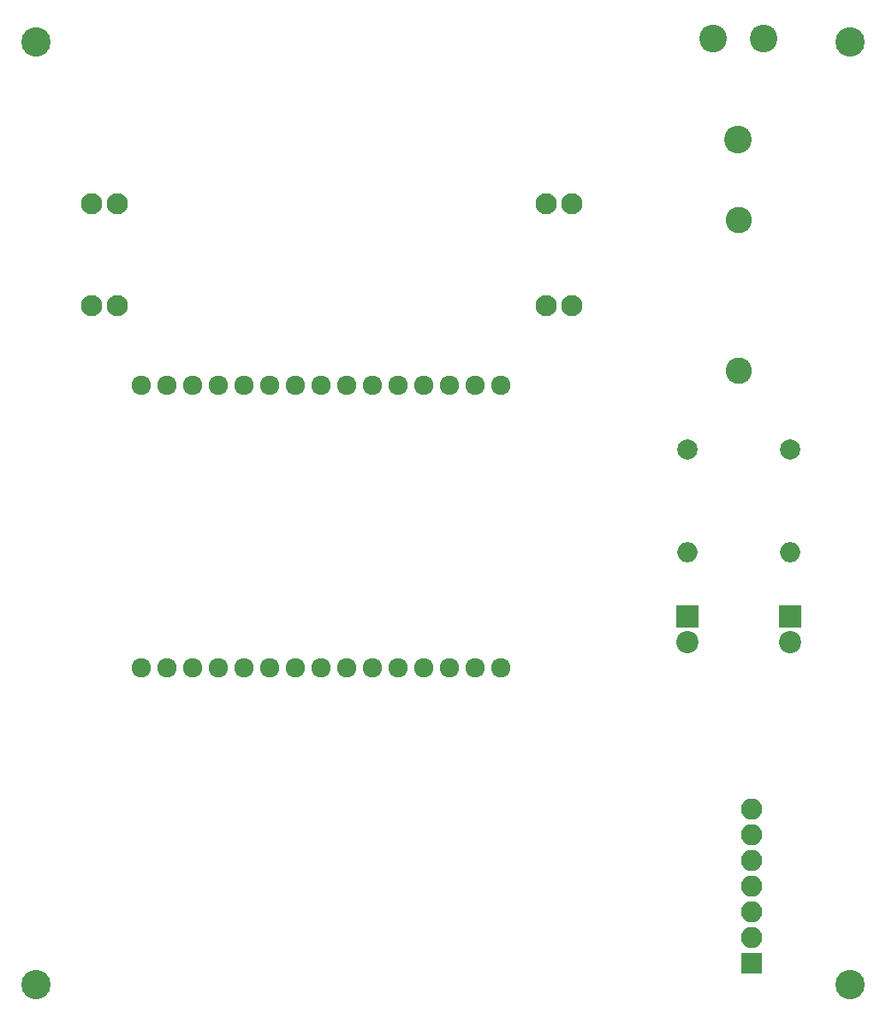
<source format=gbr>
G04 #@! TF.FileFunction,Soldermask,Bot*
%FSLAX46Y46*%
G04 Gerber Fmt 4.6, Leading zero omitted, Abs format (unit mm)*
G04 Created by KiCad (PCBNEW 4.0.7-e2-6376~58~ubuntu16.04.1) date Fri Feb  2 08:04:35 2018*
%MOMM*%
%LPD*%
G01*
G04 APERTURE LIST*
%ADD10C,0.100000*%
%ADD11C,2.600000*%
%ADD12R,2.200000X2.200000*%
%ADD13C,2.200000*%
%ADD14R,2.100000X2.100000*%
%ADD15O,2.100000X2.100000*%
%ADD16C,2.000000*%
%ADD17O,2.000000X2.000000*%
%ADD18C,1.924000*%
%ADD19C,2.100000*%
%ADD20C,2.740000*%
%ADD21C,2.900000*%
G04 APERTURE END LIST*
D10*
D11*
X184150000Y-78910000D03*
X184150000Y-93810000D03*
D12*
X179070000Y-118110000D03*
D13*
X179070000Y-120650000D03*
D12*
X189230000Y-118110000D03*
D13*
X189230000Y-120650000D03*
D14*
X185420000Y-152400000D03*
D15*
X185420000Y-149860000D03*
X185420000Y-147320000D03*
X185420000Y-144780000D03*
X185420000Y-142240000D03*
X185420000Y-139700000D03*
X185420000Y-137160000D03*
D16*
X179070000Y-101600000D03*
D17*
X179070000Y-111760000D03*
D16*
X189230000Y-101600000D03*
D17*
X189230000Y-111760000D03*
D18*
X160655000Y-95250000D03*
X158115000Y-95250000D03*
X155575000Y-95250000D03*
X153035000Y-95250000D03*
X150495000Y-95250000D03*
X147955000Y-95250000D03*
X145415000Y-95250000D03*
X142875000Y-95250000D03*
X140335000Y-95250000D03*
X137795000Y-95250000D03*
X135255000Y-95250000D03*
X132715000Y-95250000D03*
X130175000Y-95250000D03*
X127635000Y-95250000D03*
X125095000Y-95250000D03*
X125095000Y-123190000D03*
X127635000Y-123190000D03*
X130175000Y-123190000D03*
X132715000Y-123190000D03*
X135255000Y-123190000D03*
X137795000Y-123190000D03*
X140335000Y-123190000D03*
X142875000Y-123190000D03*
X145415000Y-123190000D03*
X147955000Y-123190000D03*
X150495000Y-123190000D03*
X153035000Y-123190000D03*
X155575000Y-123190000D03*
X158115000Y-123190000D03*
X160655000Y-123190000D03*
D19*
X165100000Y-87376000D03*
X165100000Y-77343000D03*
X167640000Y-77343000D03*
X120142000Y-87376000D03*
X122682000Y-87376000D03*
X167640000Y-87376000D03*
X122682000Y-77343000D03*
X120142000Y-77343000D03*
D20*
X186610000Y-60960000D03*
X184110000Y-70960000D03*
X181610000Y-60960000D03*
D21*
X114655600Y-61315600D03*
X114655600Y-154584400D03*
X195224400Y-154584400D03*
X195224400Y-61315600D03*
M02*

</source>
